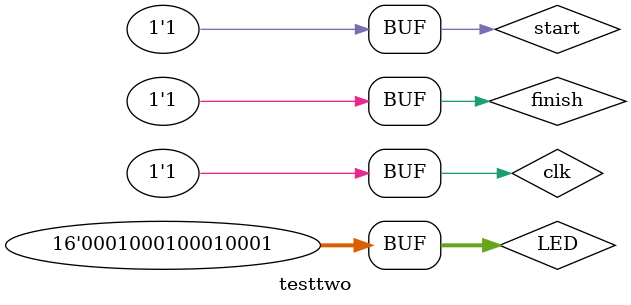
<source format=v>
`timescale 1ns / 1ps


module testtwo;

	// Inputs
	reg [15:0] LED;
	reg start;
	reg clk;
	reg finish;

	// Outputs
	wire LED_D0;

	// Instantiate the Unit Under Test (UUT)
	LED_DRV uut (
		.LED(LED), 
		.start(start), 
		.clk(clk), 
		.finish(finish), 
		.LED_D0(LED_D0)
	);

		initial begin
		// Initialize Inputs
		LED = 0;
		start = 0;
		finish = 1;
		// Wait 100 ns for global reset to finish
		#100;
      LED = 16'b0001000100010001;
		start = 0;
		#500;
		start = 1;
		#500;
		// Add stimulus here
	end
   
	always begin
	clk = 0;#20;
	clk = 1;#20;
	end
      
endmodule


</source>
